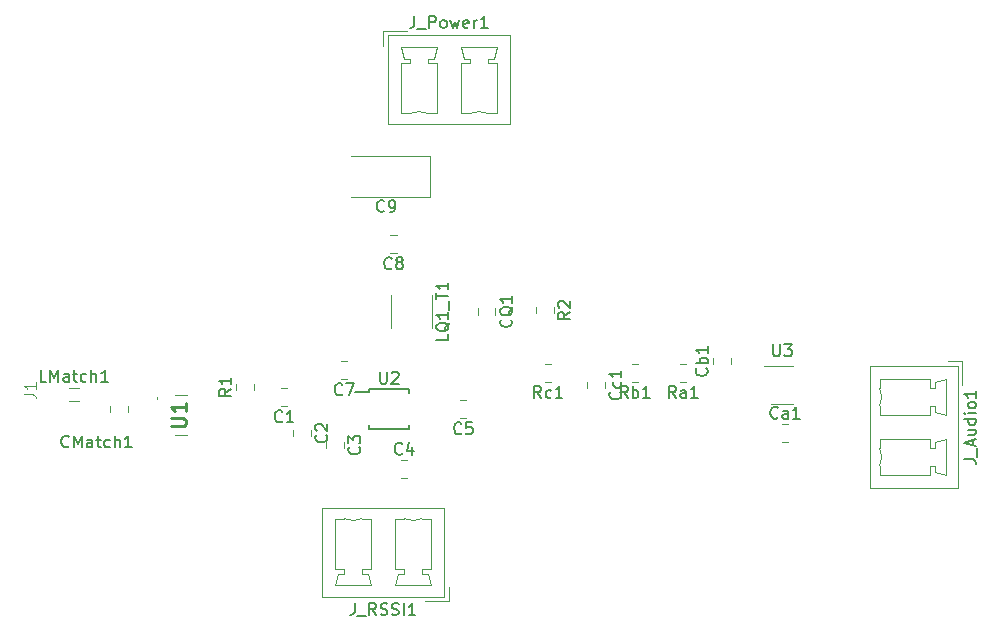
<source format=gbr>
%TF.GenerationSoftware,KiCad,Pcbnew,(5.1.9)-1*%
%TF.CreationDate,2021-03-09T18:30:12-05:00*%
%TF.ProjectId,NJR_New_Demod,4e4a525f-4e65-4775-9f44-656d6f642e6b,rev?*%
%TF.SameCoordinates,Original*%
%TF.FileFunction,Legend,Top*%
%TF.FilePolarity,Positive*%
%FSLAX46Y46*%
G04 Gerber Fmt 4.6, Leading zero omitted, Abs format (unit mm)*
G04 Created by KiCad (PCBNEW (5.1.9)-1) date 2021-03-09 18:30:12*
%MOMM*%
%LPD*%
G01*
G04 APERTURE LIST*
%ADD10C,0.150000*%
%ADD11C,0.100000*%
%ADD12C,0.120000*%
%ADD13C,0.254000*%
%ADD14C,0.015000*%
G04 APERTURE END LIST*
D10*
%TO.C,U2*%
X111355000Y-89765000D02*
X111355000Y-89990000D01*
X114705000Y-89765000D02*
X114705000Y-90065000D01*
X114705000Y-93115000D02*
X114705000Y-92815000D01*
X111355000Y-93115000D02*
X111355000Y-92815000D01*
X111355000Y-89765000D02*
X114705000Y-89765000D01*
X111355000Y-93115000D02*
X114705000Y-93115000D01*
X111355000Y-89990000D02*
X110130000Y-89990000D01*
D11*
%TO.C,U1*%
X93400000Y-90448000D02*
G75*
G03*
X93400000Y-90548000I0J-50000D01*
G01*
X93400000Y-90548000D02*
G75*
G03*
X93400000Y-90448000I0J50000D01*
G01*
X95900000Y-90223000D02*
X94900000Y-90223000D01*
X95900000Y-93673000D02*
X94900000Y-93673000D01*
X93400000Y-90448000D02*
X93400000Y-90448000D01*
X93400000Y-90548000D02*
X93400000Y-90548000D01*
D12*
%TO.C,C1*%
X104401252Y-91159000D02*
X103878748Y-91159000D01*
X104401252Y-89689000D02*
X103878748Y-89689000D01*
%TO.C,U3*%
X145404000Y-91018000D02*
X147204000Y-91018000D01*
X147204000Y-87798000D02*
X144754000Y-87798000D01*
%TO.C,Rc1*%
X126719064Y-89127000D02*
X126264936Y-89127000D01*
X126719064Y-87657000D02*
X126264936Y-87657000D01*
%TO.C,Rb1*%
X134085064Y-89127000D02*
X133630936Y-89127000D01*
X134085064Y-87657000D02*
X133630936Y-87657000D01*
%TO.C,Ra1*%
X138149064Y-89127000D02*
X137694936Y-89127000D01*
X138149064Y-87657000D02*
X137694936Y-87657000D01*
%TO.C,R2*%
X126973000Y-82830936D02*
X126973000Y-83285064D01*
X125503000Y-82830936D02*
X125503000Y-83285064D01*
%TO.C,R1*%
X100103000Y-89785564D02*
X100103000Y-89331436D01*
X101573000Y-89785564D02*
X101573000Y-89331436D01*
%TO.C,LQ1_T1*%
X116645000Y-81798748D02*
X116645000Y-84571252D01*
X113225000Y-81798748D02*
X113225000Y-84571252D01*
%TO.C,LMatch1*%
X85960378Y-89660800D02*
X86759622Y-89660800D01*
X85960378Y-90780800D02*
X86759622Y-90780800D01*
%TO.C,J_RSSI1*%
X117712000Y-107330000D02*
X117712000Y-99860000D01*
X117712000Y-99860000D02*
X107332000Y-99860000D01*
X107332000Y-99860000D02*
X107332000Y-107330000D01*
X107332000Y-107330000D02*
X117712000Y-107330000D01*
X115812000Y-100720000D02*
X116562000Y-100720000D01*
X116562000Y-100720000D02*
X116562000Y-105020000D01*
X116562000Y-105020000D02*
X115812000Y-105020000D01*
X115812000Y-105020000D02*
X115812000Y-105370000D01*
X115812000Y-105370000D02*
X116312000Y-105370000D01*
X116312000Y-105370000D02*
X116562000Y-106370000D01*
X116562000Y-106370000D02*
X113562000Y-106370000D01*
X113562000Y-106370000D02*
X113812000Y-105370000D01*
X113812000Y-105370000D02*
X114312000Y-105370000D01*
X114312000Y-105370000D02*
X114312000Y-105020000D01*
X114312000Y-105020000D02*
X113562000Y-105020000D01*
X113562000Y-105020000D02*
X113562000Y-100720000D01*
X113562000Y-100720000D02*
X114312000Y-100720000D01*
X110732000Y-100720000D02*
X111482000Y-100720000D01*
X111482000Y-100720000D02*
X111482000Y-105020000D01*
X111482000Y-105020000D02*
X110732000Y-105020000D01*
X110732000Y-105020000D02*
X110732000Y-105370000D01*
X110732000Y-105370000D02*
X111232000Y-105370000D01*
X111232000Y-105370000D02*
X111482000Y-106370000D01*
X111482000Y-106370000D02*
X108482000Y-106370000D01*
X108482000Y-106370000D02*
X108732000Y-105370000D01*
X108732000Y-105370000D02*
X109232000Y-105370000D01*
X109232000Y-105370000D02*
X109232000Y-105020000D01*
X109232000Y-105020000D02*
X108482000Y-105020000D01*
X108482000Y-105020000D02*
X108482000Y-100720000D01*
X108482000Y-100720000D02*
X109232000Y-100720000D01*
X118102000Y-106470000D02*
X118102000Y-107720000D01*
X118102000Y-107720000D02*
X116102000Y-107720000D01*
X109232353Y-100720155D02*
G75*
G03*
X110732000Y-100720000I749647J1700155D01*
G01*
X114312353Y-100720155D02*
G75*
G03*
X115812000Y-100720000I749647J1700155D01*
G01*
%TO.C,J_Power1*%
X112920000Y-59802000D02*
X112920000Y-67272000D01*
X112920000Y-67272000D02*
X123300000Y-67272000D01*
X123300000Y-67272000D02*
X123300000Y-59802000D01*
X123300000Y-59802000D02*
X112920000Y-59802000D01*
X114820000Y-66412000D02*
X114070000Y-66412000D01*
X114070000Y-66412000D02*
X114070000Y-62112000D01*
X114070000Y-62112000D02*
X114820000Y-62112000D01*
X114820000Y-62112000D02*
X114820000Y-61762000D01*
X114820000Y-61762000D02*
X114320000Y-61762000D01*
X114320000Y-61762000D02*
X114070000Y-60762000D01*
X114070000Y-60762000D02*
X117070000Y-60762000D01*
X117070000Y-60762000D02*
X116820000Y-61762000D01*
X116820000Y-61762000D02*
X116320000Y-61762000D01*
X116320000Y-61762000D02*
X116320000Y-62112000D01*
X116320000Y-62112000D02*
X117070000Y-62112000D01*
X117070000Y-62112000D02*
X117070000Y-66412000D01*
X117070000Y-66412000D02*
X116320000Y-66412000D01*
X119900000Y-66412000D02*
X119150000Y-66412000D01*
X119150000Y-66412000D02*
X119150000Y-62112000D01*
X119150000Y-62112000D02*
X119900000Y-62112000D01*
X119900000Y-62112000D02*
X119900000Y-61762000D01*
X119900000Y-61762000D02*
X119400000Y-61762000D01*
X119400000Y-61762000D02*
X119150000Y-60762000D01*
X119150000Y-60762000D02*
X122150000Y-60762000D01*
X122150000Y-60762000D02*
X121900000Y-61762000D01*
X121900000Y-61762000D02*
X121400000Y-61762000D01*
X121400000Y-61762000D02*
X121400000Y-62112000D01*
X121400000Y-62112000D02*
X122150000Y-62112000D01*
X122150000Y-62112000D02*
X122150000Y-66412000D01*
X122150000Y-66412000D02*
X121400000Y-66412000D01*
X112530000Y-60662000D02*
X112530000Y-59412000D01*
X112530000Y-59412000D02*
X114530000Y-59412000D01*
X121399647Y-66411845D02*
G75*
G03*
X119900000Y-66412000I-749647J-1700155D01*
G01*
X116319647Y-66411845D02*
G75*
G03*
X114820000Y-66412000I-749647J-1700155D01*
G01*
%TO.C,J_Audio1*%
X161178000Y-87774000D02*
X153708000Y-87774000D01*
X153708000Y-87774000D02*
X153708000Y-98154000D01*
X153708000Y-98154000D02*
X161178000Y-98154000D01*
X161178000Y-98154000D02*
X161178000Y-87774000D01*
X154568000Y-89674000D02*
X154568000Y-88924000D01*
X154568000Y-88924000D02*
X158868000Y-88924000D01*
X158868000Y-88924000D02*
X158868000Y-89674000D01*
X158868000Y-89674000D02*
X159218000Y-89674000D01*
X159218000Y-89674000D02*
X159218000Y-89174000D01*
X159218000Y-89174000D02*
X160218000Y-88924000D01*
X160218000Y-88924000D02*
X160218000Y-91924000D01*
X160218000Y-91924000D02*
X159218000Y-91674000D01*
X159218000Y-91674000D02*
X159218000Y-91174000D01*
X159218000Y-91174000D02*
X158868000Y-91174000D01*
X158868000Y-91174000D02*
X158868000Y-91924000D01*
X158868000Y-91924000D02*
X154568000Y-91924000D01*
X154568000Y-91924000D02*
X154568000Y-91174000D01*
X154568000Y-94754000D02*
X154568000Y-94004000D01*
X154568000Y-94004000D02*
X158868000Y-94004000D01*
X158868000Y-94004000D02*
X158868000Y-94754000D01*
X158868000Y-94754000D02*
X159218000Y-94754000D01*
X159218000Y-94754000D02*
X159218000Y-94254000D01*
X159218000Y-94254000D02*
X160218000Y-94004000D01*
X160218000Y-94004000D02*
X160218000Y-97004000D01*
X160218000Y-97004000D02*
X159218000Y-96754000D01*
X159218000Y-96754000D02*
X159218000Y-96254000D01*
X159218000Y-96254000D02*
X158868000Y-96254000D01*
X158868000Y-96254000D02*
X158868000Y-97004000D01*
X158868000Y-97004000D02*
X154568000Y-97004000D01*
X154568000Y-97004000D02*
X154568000Y-96254000D01*
X160318000Y-87384000D02*
X161568000Y-87384000D01*
X161568000Y-87384000D02*
X161568000Y-89384000D01*
X154568155Y-96253647D02*
G75*
G03*
X154568000Y-94754000I-1700155J749647D01*
G01*
X154568155Y-91173647D02*
G75*
G03*
X154568000Y-89674000I-1700155J749647D01*
G01*
%TO.C,CQ1*%
X122020000Y-82923748D02*
X122020000Y-83446252D01*
X120550000Y-82923748D02*
X120550000Y-83446252D01*
%TO.C,CMatch1*%
X90905000Y-91178748D02*
X90905000Y-91701252D01*
X89435000Y-91178748D02*
X89435000Y-91701252D01*
%TO.C,Cc1*%
X131291000Y-89146748D02*
X131291000Y-89669252D01*
X129821000Y-89146748D02*
X129821000Y-89669252D01*
%TO.C,Cb1*%
X140489000Y-87637252D02*
X140489000Y-87114748D01*
X141959000Y-87637252D02*
X141959000Y-87114748D01*
%TO.C,Ca1*%
X146296748Y-92737000D02*
X146819252Y-92737000D01*
X146296748Y-94207000D02*
X146819252Y-94207000D01*
%TO.C,C9*%
X109776000Y-73465000D02*
X116536000Y-73465000D01*
X116536000Y-73465000D02*
X116536000Y-70045000D01*
X116536000Y-70045000D02*
X109776000Y-70045000D01*
%TO.C,C8*%
X113672252Y-78205000D02*
X113149748Y-78205000D01*
X113672252Y-76735000D02*
X113149748Y-76735000D01*
%TO.C,C7*%
X109481252Y-88873000D02*
X108958748Y-88873000D01*
X109481252Y-87403000D02*
X108958748Y-87403000D01*
%TO.C,C5*%
X119575252Y-92175000D02*
X119052748Y-92175000D01*
X119575252Y-90705000D02*
X119052748Y-90705000D01*
%TO.C,C4*%
X114043748Y-95785000D02*
X114566252Y-95785000D01*
X114043748Y-97255000D02*
X114566252Y-97255000D01*
%TO.C,C3*%
X109193000Y-94226748D02*
X109193000Y-94749252D01*
X107723000Y-94226748D02*
X107723000Y-94749252D01*
%TO.C,C2*%
X106399000Y-93210748D02*
X106399000Y-93733252D01*
X104929000Y-93210748D02*
X104929000Y-93733252D01*
%TO.C,U2*%
D10*
X112268095Y-88292380D02*
X112268095Y-89101904D01*
X112315714Y-89197142D01*
X112363333Y-89244761D01*
X112458571Y-89292380D01*
X112649047Y-89292380D01*
X112744285Y-89244761D01*
X112791904Y-89197142D01*
X112839523Y-89101904D01*
X112839523Y-88292380D01*
X113268095Y-88387619D02*
X113315714Y-88340000D01*
X113410952Y-88292380D01*
X113649047Y-88292380D01*
X113744285Y-88340000D01*
X113791904Y-88387619D01*
X113839523Y-88482857D01*
X113839523Y-88578095D01*
X113791904Y-88720952D01*
X113220476Y-89292380D01*
X113839523Y-89292380D01*
%TO.C,U1*%
D13*
X94554523Y-92915619D02*
X95582619Y-92915619D01*
X95703571Y-92855142D01*
X95764047Y-92794666D01*
X95824523Y-92673714D01*
X95824523Y-92431809D01*
X95764047Y-92310857D01*
X95703571Y-92250380D01*
X95582619Y-92189904D01*
X94554523Y-92189904D01*
X95824523Y-90919904D02*
X95824523Y-91645619D01*
X95824523Y-91282761D02*
X94554523Y-91282761D01*
X94735952Y-91403714D01*
X94856904Y-91524666D01*
X94917380Y-91645619D01*
%TO.C,J1*%
D14*
X82116050Y-90162283D02*
X82830336Y-90162283D01*
X82973193Y-90209902D01*
X83068431Y-90305140D01*
X83116050Y-90447997D01*
X83116050Y-90543235D01*
X83116050Y-89162283D02*
X83116050Y-89733711D01*
X83116050Y-89447997D02*
X82116050Y-89447997D01*
X82258908Y-89543235D01*
X82354146Y-89638473D01*
X82401765Y-89733711D01*
%TO.C,C1*%
D10*
X103973333Y-92461142D02*
X103925714Y-92508761D01*
X103782857Y-92556380D01*
X103687619Y-92556380D01*
X103544761Y-92508761D01*
X103449523Y-92413523D01*
X103401904Y-92318285D01*
X103354285Y-92127809D01*
X103354285Y-91984952D01*
X103401904Y-91794476D01*
X103449523Y-91699238D01*
X103544761Y-91604000D01*
X103687619Y-91556380D01*
X103782857Y-91556380D01*
X103925714Y-91604000D01*
X103973333Y-91651619D01*
X104925714Y-92556380D02*
X104354285Y-92556380D01*
X104640000Y-92556380D02*
X104640000Y-91556380D01*
X104544761Y-91699238D01*
X104449523Y-91794476D01*
X104354285Y-91842095D01*
%TO.C,U3*%
X145542095Y-85960380D02*
X145542095Y-86769904D01*
X145589714Y-86865142D01*
X145637333Y-86912761D01*
X145732571Y-86960380D01*
X145923047Y-86960380D01*
X146018285Y-86912761D01*
X146065904Y-86865142D01*
X146113523Y-86769904D01*
X146113523Y-85960380D01*
X146494476Y-85960380D02*
X147113523Y-85960380D01*
X146780190Y-86341333D01*
X146923047Y-86341333D01*
X147018285Y-86388952D01*
X147065904Y-86436571D01*
X147113523Y-86531809D01*
X147113523Y-86769904D01*
X147065904Y-86865142D01*
X147018285Y-86912761D01*
X146923047Y-86960380D01*
X146637333Y-86960380D01*
X146542095Y-86912761D01*
X146494476Y-86865142D01*
%TO.C,Rc1*%
X125896761Y-90494380D02*
X125563428Y-90018190D01*
X125325333Y-90494380D02*
X125325333Y-89494380D01*
X125706285Y-89494380D01*
X125801523Y-89542000D01*
X125849142Y-89589619D01*
X125896761Y-89684857D01*
X125896761Y-89827714D01*
X125849142Y-89922952D01*
X125801523Y-89970571D01*
X125706285Y-90018190D01*
X125325333Y-90018190D01*
X126753904Y-90446761D02*
X126658666Y-90494380D01*
X126468190Y-90494380D01*
X126372952Y-90446761D01*
X126325333Y-90399142D01*
X126277714Y-90303904D01*
X126277714Y-90018190D01*
X126325333Y-89922952D01*
X126372952Y-89875333D01*
X126468190Y-89827714D01*
X126658666Y-89827714D01*
X126753904Y-89875333D01*
X127706285Y-90494380D02*
X127134857Y-90494380D01*
X127420571Y-90494380D02*
X127420571Y-89494380D01*
X127325333Y-89637238D01*
X127230095Y-89732476D01*
X127134857Y-89780095D01*
%TO.C,Rb1*%
X133238952Y-90494380D02*
X132905619Y-90018190D01*
X132667523Y-90494380D02*
X132667523Y-89494380D01*
X133048476Y-89494380D01*
X133143714Y-89542000D01*
X133191333Y-89589619D01*
X133238952Y-89684857D01*
X133238952Y-89827714D01*
X133191333Y-89922952D01*
X133143714Y-89970571D01*
X133048476Y-90018190D01*
X132667523Y-90018190D01*
X133667523Y-90494380D02*
X133667523Y-89494380D01*
X133667523Y-89875333D02*
X133762761Y-89827714D01*
X133953238Y-89827714D01*
X134048476Y-89875333D01*
X134096095Y-89922952D01*
X134143714Y-90018190D01*
X134143714Y-90303904D01*
X134096095Y-90399142D01*
X134048476Y-90446761D01*
X133953238Y-90494380D01*
X133762761Y-90494380D01*
X133667523Y-90446761D01*
X135096095Y-90494380D02*
X134524666Y-90494380D01*
X134810380Y-90494380D02*
X134810380Y-89494380D01*
X134715142Y-89637238D01*
X134619904Y-89732476D01*
X134524666Y-89780095D01*
%TO.C,Ra1*%
X137302952Y-90494380D02*
X136969619Y-90018190D01*
X136731523Y-90494380D02*
X136731523Y-89494380D01*
X137112476Y-89494380D01*
X137207714Y-89542000D01*
X137255333Y-89589619D01*
X137302952Y-89684857D01*
X137302952Y-89827714D01*
X137255333Y-89922952D01*
X137207714Y-89970571D01*
X137112476Y-90018190D01*
X136731523Y-90018190D01*
X138160095Y-90494380D02*
X138160095Y-89970571D01*
X138112476Y-89875333D01*
X138017238Y-89827714D01*
X137826761Y-89827714D01*
X137731523Y-89875333D01*
X138160095Y-90446761D02*
X138064857Y-90494380D01*
X137826761Y-90494380D01*
X137731523Y-90446761D01*
X137683904Y-90351523D01*
X137683904Y-90256285D01*
X137731523Y-90161047D01*
X137826761Y-90113428D01*
X138064857Y-90113428D01*
X138160095Y-90065809D01*
X139160095Y-90494380D02*
X138588666Y-90494380D01*
X138874380Y-90494380D02*
X138874380Y-89494380D01*
X138779142Y-89637238D01*
X138683904Y-89732476D01*
X138588666Y-89780095D01*
%TO.C,R2*%
X128340380Y-83224666D02*
X127864190Y-83558000D01*
X128340380Y-83796095D02*
X127340380Y-83796095D01*
X127340380Y-83415142D01*
X127388000Y-83319904D01*
X127435619Y-83272285D01*
X127530857Y-83224666D01*
X127673714Y-83224666D01*
X127768952Y-83272285D01*
X127816571Y-83319904D01*
X127864190Y-83415142D01*
X127864190Y-83796095D01*
X127435619Y-82843714D02*
X127388000Y-82796095D01*
X127340380Y-82700857D01*
X127340380Y-82462761D01*
X127388000Y-82367523D01*
X127435619Y-82319904D01*
X127530857Y-82272285D01*
X127626095Y-82272285D01*
X127768952Y-82319904D01*
X128340380Y-82891333D01*
X128340380Y-82272285D01*
%TO.C,R1*%
X99640380Y-89725166D02*
X99164190Y-90058500D01*
X99640380Y-90296595D02*
X98640380Y-90296595D01*
X98640380Y-89915642D01*
X98688000Y-89820404D01*
X98735619Y-89772785D01*
X98830857Y-89725166D01*
X98973714Y-89725166D01*
X99068952Y-89772785D01*
X99116571Y-89820404D01*
X99164190Y-89915642D01*
X99164190Y-90296595D01*
X99640380Y-88772785D02*
X99640380Y-89344214D01*
X99640380Y-89058500D02*
X98640380Y-89058500D01*
X98783238Y-89153738D01*
X98878476Y-89248976D01*
X98926095Y-89344214D01*
%TO.C,LQ1_T1*%
X118037380Y-85113571D02*
X118037380Y-85589761D01*
X117037380Y-85589761D01*
X118132619Y-84113571D02*
X118085000Y-84208809D01*
X117989761Y-84304047D01*
X117846904Y-84446904D01*
X117799285Y-84542142D01*
X117799285Y-84637380D01*
X118037380Y-84589761D02*
X117989761Y-84685000D01*
X117894523Y-84780238D01*
X117704047Y-84827857D01*
X117370714Y-84827857D01*
X117180238Y-84780238D01*
X117085000Y-84685000D01*
X117037380Y-84589761D01*
X117037380Y-84399285D01*
X117085000Y-84304047D01*
X117180238Y-84208809D01*
X117370714Y-84161190D01*
X117704047Y-84161190D01*
X117894523Y-84208809D01*
X117989761Y-84304047D01*
X118037380Y-84399285D01*
X118037380Y-84589761D01*
X118037380Y-83208809D02*
X118037380Y-83780238D01*
X118037380Y-83494523D02*
X117037380Y-83494523D01*
X117180238Y-83589761D01*
X117275476Y-83685000D01*
X117323095Y-83780238D01*
X118132619Y-83018333D02*
X118132619Y-82256428D01*
X117037380Y-82161190D02*
X117037380Y-81589761D01*
X118037380Y-81875476D02*
X117037380Y-81875476D01*
X118037380Y-80732619D02*
X118037380Y-81304047D01*
X118037380Y-81018333D02*
X117037380Y-81018333D01*
X117180238Y-81113571D01*
X117275476Y-81208809D01*
X117323095Y-81304047D01*
%TO.C,LMatch1*%
X84002857Y-89123180D02*
X83526666Y-89123180D01*
X83526666Y-88123180D01*
X84336190Y-89123180D02*
X84336190Y-88123180D01*
X84669523Y-88837466D01*
X85002857Y-88123180D01*
X85002857Y-89123180D01*
X85907619Y-89123180D02*
X85907619Y-88599371D01*
X85860000Y-88504133D01*
X85764761Y-88456514D01*
X85574285Y-88456514D01*
X85479047Y-88504133D01*
X85907619Y-89075561D02*
X85812380Y-89123180D01*
X85574285Y-89123180D01*
X85479047Y-89075561D01*
X85431428Y-88980323D01*
X85431428Y-88885085D01*
X85479047Y-88789847D01*
X85574285Y-88742228D01*
X85812380Y-88742228D01*
X85907619Y-88694609D01*
X86240952Y-88456514D02*
X86621904Y-88456514D01*
X86383809Y-88123180D02*
X86383809Y-88980323D01*
X86431428Y-89075561D01*
X86526666Y-89123180D01*
X86621904Y-89123180D01*
X87383809Y-89075561D02*
X87288571Y-89123180D01*
X87098095Y-89123180D01*
X87002857Y-89075561D01*
X86955238Y-89027942D01*
X86907619Y-88932704D01*
X86907619Y-88646990D01*
X86955238Y-88551752D01*
X87002857Y-88504133D01*
X87098095Y-88456514D01*
X87288571Y-88456514D01*
X87383809Y-88504133D01*
X87812380Y-89123180D02*
X87812380Y-88123180D01*
X88240952Y-89123180D02*
X88240952Y-88599371D01*
X88193333Y-88504133D01*
X88098095Y-88456514D01*
X87955238Y-88456514D01*
X87860000Y-88504133D01*
X87812380Y-88551752D01*
X89240952Y-89123180D02*
X88669523Y-89123180D01*
X88955238Y-89123180D02*
X88955238Y-88123180D01*
X88860000Y-88266038D01*
X88764761Y-88361276D01*
X88669523Y-88408895D01*
%TO.C,J_RSSI1*%
X110117238Y-107872380D02*
X110117238Y-108586666D01*
X110069619Y-108729523D01*
X109974380Y-108824761D01*
X109831523Y-108872380D01*
X109736285Y-108872380D01*
X110355333Y-108967619D02*
X111117238Y-108967619D01*
X111926761Y-108872380D02*
X111593428Y-108396190D01*
X111355333Y-108872380D02*
X111355333Y-107872380D01*
X111736285Y-107872380D01*
X111831523Y-107920000D01*
X111879142Y-107967619D01*
X111926761Y-108062857D01*
X111926761Y-108205714D01*
X111879142Y-108300952D01*
X111831523Y-108348571D01*
X111736285Y-108396190D01*
X111355333Y-108396190D01*
X112307714Y-108824761D02*
X112450571Y-108872380D01*
X112688666Y-108872380D01*
X112783904Y-108824761D01*
X112831523Y-108777142D01*
X112879142Y-108681904D01*
X112879142Y-108586666D01*
X112831523Y-108491428D01*
X112783904Y-108443809D01*
X112688666Y-108396190D01*
X112498190Y-108348571D01*
X112402952Y-108300952D01*
X112355333Y-108253333D01*
X112307714Y-108158095D01*
X112307714Y-108062857D01*
X112355333Y-107967619D01*
X112402952Y-107920000D01*
X112498190Y-107872380D01*
X112736285Y-107872380D01*
X112879142Y-107920000D01*
X113260095Y-108824761D02*
X113402952Y-108872380D01*
X113641047Y-108872380D01*
X113736285Y-108824761D01*
X113783904Y-108777142D01*
X113831523Y-108681904D01*
X113831523Y-108586666D01*
X113783904Y-108491428D01*
X113736285Y-108443809D01*
X113641047Y-108396190D01*
X113450571Y-108348571D01*
X113355333Y-108300952D01*
X113307714Y-108253333D01*
X113260095Y-108158095D01*
X113260095Y-108062857D01*
X113307714Y-107967619D01*
X113355333Y-107920000D01*
X113450571Y-107872380D01*
X113688666Y-107872380D01*
X113831523Y-107920000D01*
X114260095Y-108872380D02*
X114260095Y-107872380D01*
X115260095Y-108872380D02*
X114688666Y-108872380D01*
X114974380Y-108872380D02*
X114974380Y-107872380D01*
X114879142Y-108015238D01*
X114783904Y-108110476D01*
X114688666Y-108158095D01*
%TO.C,J_Power1*%
X115181428Y-58164380D02*
X115181428Y-58878666D01*
X115133809Y-59021523D01*
X115038571Y-59116761D01*
X114895714Y-59164380D01*
X114800476Y-59164380D01*
X115419523Y-59259619D02*
X116181428Y-59259619D01*
X116419523Y-59164380D02*
X116419523Y-58164380D01*
X116800476Y-58164380D01*
X116895714Y-58212000D01*
X116943333Y-58259619D01*
X116990952Y-58354857D01*
X116990952Y-58497714D01*
X116943333Y-58592952D01*
X116895714Y-58640571D01*
X116800476Y-58688190D01*
X116419523Y-58688190D01*
X117562380Y-59164380D02*
X117467142Y-59116761D01*
X117419523Y-59069142D01*
X117371904Y-58973904D01*
X117371904Y-58688190D01*
X117419523Y-58592952D01*
X117467142Y-58545333D01*
X117562380Y-58497714D01*
X117705238Y-58497714D01*
X117800476Y-58545333D01*
X117848095Y-58592952D01*
X117895714Y-58688190D01*
X117895714Y-58973904D01*
X117848095Y-59069142D01*
X117800476Y-59116761D01*
X117705238Y-59164380D01*
X117562380Y-59164380D01*
X118229047Y-58497714D02*
X118419523Y-59164380D01*
X118610000Y-58688190D01*
X118800476Y-59164380D01*
X118990952Y-58497714D01*
X119752857Y-59116761D02*
X119657619Y-59164380D01*
X119467142Y-59164380D01*
X119371904Y-59116761D01*
X119324285Y-59021523D01*
X119324285Y-58640571D01*
X119371904Y-58545333D01*
X119467142Y-58497714D01*
X119657619Y-58497714D01*
X119752857Y-58545333D01*
X119800476Y-58640571D01*
X119800476Y-58735809D01*
X119324285Y-58831047D01*
X120229047Y-59164380D02*
X120229047Y-58497714D01*
X120229047Y-58688190D02*
X120276666Y-58592952D01*
X120324285Y-58545333D01*
X120419523Y-58497714D01*
X120514761Y-58497714D01*
X121371904Y-59164380D02*
X120800476Y-59164380D01*
X121086190Y-59164380D02*
X121086190Y-58164380D01*
X120990952Y-58307238D01*
X120895714Y-58402476D01*
X120800476Y-58450095D01*
%TO.C,J_Audio1*%
X161720380Y-95702095D02*
X162434666Y-95702095D01*
X162577523Y-95749714D01*
X162672761Y-95844952D01*
X162720380Y-95987809D01*
X162720380Y-96083047D01*
X162815619Y-95464000D02*
X162815619Y-94702095D01*
X162434666Y-94511619D02*
X162434666Y-94035428D01*
X162720380Y-94606857D02*
X161720380Y-94273523D01*
X162720380Y-93940190D01*
X162053714Y-93178285D02*
X162720380Y-93178285D01*
X162053714Y-93606857D02*
X162577523Y-93606857D01*
X162672761Y-93559238D01*
X162720380Y-93464000D01*
X162720380Y-93321142D01*
X162672761Y-93225904D01*
X162625142Y-93178285D01*
X162720380Y-92273523D02*
X161720380Y-92273523D01*
X162672761Y-92273523D02*
X162720380Y-92368761D01*
X162720380Y-92559238D01*
X162672761Y-92654476D01*
X162625142Y-92702095D01*
X162529904Y-92749714D01*
X162244190Y-92749714D01*
X162148952Y-92702095D01*
X162101333Y-92654476D01*
X162053714Y-92559238D01*
X162053714Y-92368761D01*
X162101333Y-92273523D01*
X162720380Y-91797333D02*
X162053714Y-91797333D01*
X161720380Y-91797333D02*
X161768000Y-91844952D01*
X161815619Y-91797333D01*
X161768000Y-91749714D01*
X161720380Y-91797333D01*
X161815619Y-91797333D01*
X162720380Y-91178285D02*
X162672761Y-91273523D01*
X162625142Y-91321142D01*
X162529904Y-91368761D01*
X162244190Y-91368761D01*
X162148952Y-91321142D01*
X162101333Y-91273523D01*
X162053714Y-91178285D01*
X162053714Y-91035428D01*
X162101333Y-90940190D01*
X162148952Y-90892571D01*
X162244190Y-90844952D01*
X162529904Y-90844952D01*
X162625142Y-90892571D01*
X162672761Y-90940190D01*
X162720380Y-91035428D01*
X162720380Y-91178285D01*
X162720380Y-89892571D02*
X162720380Y-90464000D01*
X162720380Y-90178285D02*
X161720380Y-90178285D01*
X161863238Y-90273523D01*
X161958476Y-90368761D01*
X162006095Y-90464000D01*
%TO.C,CQ1*%
X123322142Y-83875476D02*
X123369761Y-83923095D01*
X123417380Y-84065952D01*
X123417380Y-84161190D01*
X123369761Y-84304047D01*
X123274523Y-84399285D01*
X123179285Y-84446904D01*
X122988809Y-84494523D01*
X122845952Y-84494523D01*
X122655476Y-84446904D01*
X122560238Y-84399285D01*
X122465000Y-84304047D01*
X122417380Y-84161190D01*
X122417380Y-84065952D01*
X122465000Y-83923095D01*
X122512619Y-83875476D01*
X123512619Y-82780238D02*
X123465000Y-82875476D01*
X123369761Y-82970714D01*
X123226904Y-83113571D01*
X123179285Y-83208809D01*
X123179285Y-83304047D01*
X123417380Y-83256428D02*
X123369761Y-83351666D01*
X123274523Y-83446904D01*
X123084047Y-83494523D01*
X122750714Y-83494523D01*
X122560238Y-83446904D01*
X122465000Y-83351666D01*
X122417380Y-83256428D01*
X122417380Y-83065952D01*
X122465000Y-82970714D01*
X122560238Y-82875476D01*
X122750714Y-82827857D01*
X123084047Y-82827857D01*
X123274523Y-82875476D01*
X123369761Y-82970714D01*
X123417380Y-83065952D01*
X123417380Y-83256428D01*
X123417380Y-81875476D02*
X123417380Y-82446904D01*
X123417380Y-82161190D02*
X122417380Y-82161190D01*
X122560238Y-82256428D01*
X122655476Y-82351666D01*
X122703095Y-82446904D01*
%TO.C,CMatch1*%
X85907857Y-94591142D02*
X85860238Y-94638761D01*
X85717380Y-94686380D01*
X85622142Y-94686380D01*
X85479285Y-94638761D01*
X85384047Y-94543523D01*
X85336428Y-94448285D01*
X85288809Y-94257809D01*
X85288809Y-94114952D01*
X85336428Y-93924476D01*
X85384047Y-93829238D01*
X85479285Y-93734000D01*
X85622142Y-93686380D01*
X85717380Y-93686380D01*
X85860238Y-93734000D01*
X85907857Y-93781619D01*
X86336428Y-94686380D02*
X86336428Y-93686380D01*
X86669761Y-94400666D01*
X87003095Y-93686380D01*
X87003095Y-94686380D01*
X87907857Y-94686380D02*
X87907857Y-94162571D01*
X87860238Y-94067333D01*
X87765000Y-94019714D01*
X87574523Y-94019714D01*
X87479285Y-94067333D01*
X87907857Y-94638761D02*
X87812619Y-94686380D01*
X87574523Y-94686380D01*
X87479285Y-94638761D01*
X87431666Y-94543523D01*
X87431666Y-94448285D01*
X87479285Y-94353047D01*
X87574523Y-94305428D01*
X87812619Y-94305428D01*
X87907857Y-94257809D01*
X88241190Y-94019714D02*
X88622142Y-94019714D01*
X88384047Y-93686380D02*
X88384047Y-94543523D01*
X88431666Y-94638761D01*
X88526904Y-94686380D01*
X88622142Y-94686380D01*
X89384047Y-94638761D02*
X89288809Y-94686380D01*
X89098333Y-94686380D01*
X89003095Y-94638761D01*
X88955476Y-94591142D01*
X88907857Y-94495904D01*
X88907857Y-94210190D01*
X88955476Y-94114952D01*
X89003095Y-94067333D01*
X89098333Y-94019714D01*
X89288809Y-94019714D01*
X89384047Y-94067333D01*
X89812619Y-94686380D02*
X89812619Y-93686380D01*
X90241190Y-94686380D02*
X90241190Y-94162571D01*
X90193571Y-94067333D01*
X90098333Y-94019714D01*
X89955476Y-94019714D01*
X89860238Y-94067333D01*
X89812619Y-94114952D01*
X91241190Y-94686380D02*
X90669761Y-94686380D01*
X90955476Y-94686380D02*
X90955476Y-93686380D01*
X90860238Y-93829238D01*
X90765000Y-93924476D01*
X90669761Y-93972095D01*
%TO.C,Cc1*%
X132593142Y-90003238D02*
X132640761Y-90050857D01*
X132688380Y-90193714D01*
X132688380Y-90288952D01*
X132640761Y-90431809D01*
X132545523Y-90527047D01*
X132450285Y-90574666D01*
X132259809Y-90622285D01*
X132116952Y-90622285D01*
X131926476Y-90574666D01*
X131831238Y-90527047D01*
X131736000Y-90431809D01*
X131688380Y-90288952D01*
X131688380Y-90193714D01*
X131736000Y-90050857D01*
X131783619Y-90003238D01*
X132640761Y-89146095D02*
X132688380Y-89241333D01*
X132688380Y-89431809D01*
X132640761Y-89527047D01*
X132593142Y-89574666D01*
X132497904Y-89622285D01*
X132212190Y-89622285D01*
X132116952Y-89574666D01*
X132069333Y-89527047D01*
X132021714Y-89431809D01*
X132021714Y-89241333D01*
X132069333Y-89146095D01*
X132688380Y-88193714D02*
X132688380Y-88765142D01*
X132688380Y-88479428D02*
X131688380Y-88479428D01*
X131831238Y-88574666D01*
X131926476Y-88669904D01*
X131974095Y-88765142D01*
%TO.C,Cb1*%
X139901142Y-87995047D02*
X139948761Y-88042666D01*
X139996380Y-88185523D01*
X139996380Y-88280761D01*
X139948761Y-88423619D01*
X139853523Y-88518857D01*
X139758285Y-88566476D01*
X139567809Y-88614095D01*
X139424952Y-88614095D01*
X139234476Y-88566476D01*
X139139238Y-88518857D01*
X139044000Y-88423619D01*
X138996380Y-88280761D01*
X138996380Y-88185523D01*
X139044000Y-88042666D01*
X139091619Y-87995047D01*
X139996380Y-87566476D02*
X138996380Y-87566476D01*
X139377333Y-87566476D02*
X139329714Y-87471238D01*
X139329714Y-87280761D01*
X139377333Y-87185523D01*
X139424952Y-87137904D01*
X139520190Y-87090285D01*
X139805904Y-87090285D01*
X139901142Y-87137904D01*
X139948761Y-87185523D01*
X139996380Y-87280761D01*
X139996380Y-87471238D01*
X139948761Y-87566476D01*
X139996380Y-86137904D02*
X139996380Y-86709333D01*
X139996380Y-86423619D02*
X138996380Y-86423619D01*
X139139238Y-86518857D01*
X139234476Y-86614095D01*
X139282095Y-86709333D01*
%TO.C,Ca1*%
X145938952Y-92149142D02*
X145891333Y-92196761D01*
X145748476Y-92244380D01*
X145653238Y-92244380D01*
X145510380Y-92196761D01*
X145415142Y-92101523D01*
X145367523Y-92006285D01*
X145319904Y-91815809D01*
X145319904Y-91672952D01*
X145367523Y-91482476D01*
X145415142Y-91387238D01*
X145510380Y-91292000D01*
X145653238Y-91244380D01*
X145748476Y-91244380D01*
X145891333Y-91292000D01*
X145938952Y-91339619D01*
X146796095Y-92244380D02*
X146796095Y-91720571D01*
X146748476Y-91625333D01*
X146653238Y-91577714D01*
X146462761Y-91577714D01*
X146367523Y-91625333D01*
X146796095Y-92196761D02*
X146700857Y-92244380D01*
X146462761Y-92244380D01*
X146367523Y-92196761D01*
X146319904Y-92101523D01*
X146319904Y-92006285D01*
X146367523Y-91911047D01*
X146462761Y-91863428D01*
X146700857Y-91863428D01*
X146796095Y-91815809D01*
X147796095Y-92244380D02*
X147224666Y-92244380D01*
X147510380Y-92244380D02*
X147510380Y-91244380D01*
X147415142Y-91387238D01*
X147319904Y-91482476D01*
X147224666Y-91530095D01*
%TO.C,C9*%
X112609333Y-74662142D02*
X112561714Y-74709761D01*
X112418857Y-74757380D01*
X112323619Y-74757380D01*
X112180761Y-74709761D01*
X112085523Y-74614523D01*
X112037904Y-74519285D01*
X111990285Y-74328809D01*
X111990285Y-74185952D01*
X112037904Y-73995476D01*
X112085523Y-73900238D01*
X112180761Y-73805000D01*
X112323619Y-73757380D01*
X112418857Y-73757380D01*
X112561714Y-73805000D01*
X112609333Y-73852619D01*
X113085523Y-74757380D02*
X113276000Y-74757380D01*
X113371238Y-74709761D01*
X113418857Y-74662142D01*
X113514095Y-74519285D01*
X113561714Y-74328809D01*
X113561714Y-73947857D01*
X113514095Y-73852619D01*
X113466476Y-73805000D01*
X113371238Y-73757380D01*
X113180761Y-73757380D01*
X113085523Y-73805000D01*
X113037904Y-73852619D01*
X112990285Y-73947857D01*
X112990285Y-74185952D01*
X113037904Y-74281190D01*
X113085523Y-74328809D01*
X113180761Y-74376428D01*
X113371238Y-74376428D01*
X113466476Y-74328809D01*
X113514095Y-74281190D01*
X113561714Y-74185952D01*
%TO.C,C8*%
X113244333Y-79507142D02*
X113196714Y-79554761D01*
X113053857Y-79602380D01*
X112958619Y-79602380D01*
X112815761Y-79554761D01*
X112720523Y-79459523D01*
X112672904Y-79364285D01*
X112625285Y-79173809D01*
X112625285Y-79030952D01*
X112672904Y-78840476D01*
X112720523Y-78745238D01*
X112815761Y-78650000D01*
X112958619Y-78602380D01*
X113053857Y-78602380D01*
X113196714Y-78650000D01*
X113244333Y-78697619D01*
X113815761Y-79030952D02*
X113720523Y-78983333D01*
X113672904Y-78935714D01*
X113625285Y-78840476D01*
X113625285Y-78792857D01*
X113672904Y-78697619D01*
X113720523Y-78650000D01*
X113815761Y-78602380D01*
X114006238Y-78602380D01*
X114101476Y-78650000D01*
X114149095Y-78697619D01*
X114196714Y-78792857D01*
X114196714Y-78840476D01*
X114149095Y-78935714D01*
X114101476Y-78983333D01*
X114006238Y-79030952D01*
X113815761Y-79030952D01*
X113720523Y-79078571D01*
X113672904Y-79126190D01*
X113625285Y-79221428D01*
X113625285Y-79411904D01*
X113672904Y-79507142D01*
X113720523Y-79554761D01*
X113815761Y-79602380D01*
X114006238Y-79602380D01*
X114101476Y-79554761D01*
X114149095Y-79507142D01*
X114196714Y-79411904D01*
X114196714Y-79221428D01*
X114149095Y-79126190D01*
X114101476Y-79078571D01*
X114006238Y-79030952D01*
%TO.C,C7*%
X109053333Y-90175142D02*
X109005714Y-90222761D01*
X108862857Y-90270380D01*
X108767619Y-90270380D01*
X108624761Y-90222761D01*
X108529523Y-90127523D01*
X108481904Y-90032285D01*
X108434285Y-89841809D01*
X108434285Y-89698952D01*
X108481904Y-89508476D01*
X108529523Y-89413238D01*
X108624761Y-89318000D01*
X108767619Y-89270380D01*
X108862857Y-89270380D01*
X109005714Y-89318000D01*
X109053333Y-89365619D01*
X109386666Y-89270380D02*
X110053333Y-89270380D01*
X109624761Y-90270380D01*
%TO.C,C5*%
X119147333Y-93477142D02*
X119099714Y-93524761D01*
X118956857Y-93572380D01*
X118861619Y-93572380D01*
X118718761Y-93524761D01*
X118623523Y-93429523D01*
X118575904Y-93334285D01*
X118528285Y-93143809D01*
X118528285Y-93000952D01*
X118575904Y-92810476D01*
X118623523Y-92715238D01*
X118718761Y-92620000D01*
X118861619Y-92572380D01*
X118956857Y-92572380D01*
X119099714Y-92620000D01*
X119147333Y-92667619D01*
X120052095Y-92572380D02*
X119575904Y-92572380D01*
X119528285Y-93048571D01*
X119575904Y-93000952D01*
X119671142Y-92953333D01*
X119909238Y-92953333D01*
X120004476Y-93000952D01*
X120052095Y-93048571D01*
X120099714Y-93143809D01*
X120099714Y-93381904D01*
X120052095Y-93477142D01*
X120004476Y-93524761D01*
X119909238Y-93572380D01*
X119671142Y-93572380D01*
X119575904Y-93524761D01*
X119528285Y-93477142D01*
%TO.C,C4*%
X114138333Y-95197142D02*
X114090714Y-95244761D01*
X113947857Y-95292380D01*
X113852619Y-95292380D01*
X113709761Y-95244761D01*
X113614523Y-95149523D01*
X113566904Y-95054285D01*
X113519285Y-94863809D01*
X113519285Y-94720952D01*
X113566904Y-94530476D01*
X113614523Y-94435238D01*
X113709761Y-94340000D01*
X113852619Y-94292380D01*
X113947857Y-94292380D01*
X114090714Y-94340000D01*
X114138333Y-94387619D01*
X114995476Y-94625714D02*
X114995476Y-95292380D01*
X114757380Y-94244761D02*
X114519285Y-94959047D01*
X115138333Y-94959047D01*
%TO.C,C3*%
X110495142Y-94654666D02*
X110542761Y-94702285D01*
X110590380Y-94845142D01*
X110590380Y-94940380D01*
X110542761Y-95083238D01*
X110447523Y-95178476D01*
X110352285Y-95226095D01*
X110161809Y-95273714D01*
X110018952Y-95273714D01*
X109828476Y-95226095D01*
X109733238Y-95178476D01*
X109638000Y-95083238D01*
X109590380Y-94940380D01*
X109590380Y-94845142D01*
X109638000Y-94702285D01*
X109685619Y-94654666D01*
X109590380Y-94321333D02*
X109590380Y-93702285D01*
X109971333Y-94035619D01*
X109971333Y-93892761D01*
X110018952Y-93797523D01*
X110066571Y-93749904D01*
X110161809Y-93702285D01*
X110399904Y-93702285D01*
X110495142Y-93749904D01*
X110542761Y-93797523D01*
X110590380Y-93892761D01*
X110590380Y-94178476D01*
X110542761Y-94273714D01*
X110495142Y-94321333D01*
%TO.C,C2*%
X107701142Y-93638666D02*
X107748761Y-93686285D01*
X107796380Y-93829142D01*
X107796380Y-93924380D01*
X107748761Y-94067238D01*
X107653523Y-94162476D01*
X107558285Y-94210095D01*
X107367809Y-94257714D01*
X107224952Y-94257714D01*
X107034476Y-94210095D01*
X106939238Y-94162476D01*
X106844000Y-94067238D01*
X106796380Y-93924380D01*
X106796380Y-93829142D01*
X106844000Y-93686285D01*
X106891619Y-93638666D01*
X106891619Y-93257714D02*
X106844000Y-93210095D01*
X106796380Y-93114857D01*
X106796380Y-92876761D01*
X106844000Y-92781523D01*
X106891619Y-92733904D01*
X106986857Y-92686285D01*
X107082095Y-92686285D01*
X107224952Y-92733904D01*
X107796380Y-93305333D01*
X107796380Y-92686285D01*
%TD*%
M02*

</source>
